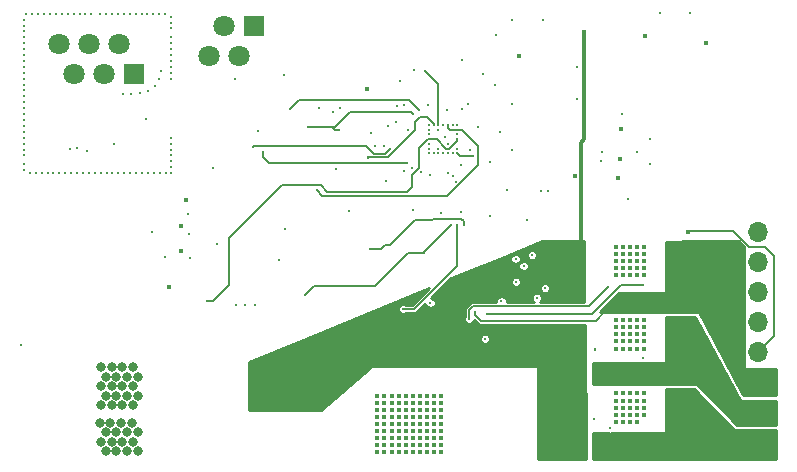
<source format=gbr>
G04 #@! TF.GenerationSoftware,KiCad,Pcbnew,5.0.2-bee76a0~70~ubuntu18.04.1*
G04 #@! TF.CreationDate,2020-05-08T14:17:04+02:00*
G04 #@! TF.ProjectId,board,626f6172-642e-46b6-9963-61645f706362,rev?*
G04 #@! TF.SameCoordinates,Original*
G04 #@! TF.FileFunction,Copper,L2,Inr*
G04 #@! TF.FilePolarity,Positive*
%FSLAX46Y46*%
G04 Gerber Fmt 4.6, Leading zero omitted, Abs format (unit mm)*
G04 Created by KiCad (PCBNEW 5.0.2-bee76a0~70~ubuntu18.04.1) date Fr 08 Mai 2020 14:17:04 CEST*
%MOMM*%
%LPD*%
G01*
G04 APERTURE LIST*
G04 #@! TA.AperFunction,ViaPad*
%ADD10O,1.700000X1.700000*%
G04 #@! TD*
G04 #@! TA.AperFunction,ViaPad*
%ADD11R,1.700000X1.700000*%
G04 #@! TD*
G04 #@! TA.AperFunction,ViaPad*
%ADD12R,1.800000X1.800000*%
G04 #@! TD*
G04 #@! TA.AperFunction,ViaPad*
%ADD13C,1.800000*%
G04 #@! TD*
G04 #@! TA.AperFunction,ViaPad*
%ADD14C,0.400000*%
G04 #@! TD*
G04 #@! TA.AperFunction,ViaPad*
%ADD15C,0.310000*%
G04 #@! TD*
G04 #@! TA.AperFunction,ViaPad*
%ADD16C,0.800000*%
G04 #@! TD*
G04 #@! TA.AperFunction,Conductor*
%ADD17C,0.300000*%
G04 #@! TD*
G04 #@! TA.AperFunction,Conductor*
%ADD18C,0.152400*%
G04 #@! TD*
G04 #@! TA.AperFunction,Conductor*
%ADD19C,0.254000*%
G04 #@! TD*
G04 APERTURE END LIST*
D10*
G04 #@! TO.N,/HALL1*
G04 #@! TO.C,J2*
X156000000Y-119329200D03*
G04 #@! TO.N,/HALL2*
X156000000Y-121869200D03*
G04 #@! TO.N,/HALL3*
X156000000Y-124409200D03*
G04 #@! TO.N,GND*
X156000000Y-126949200D03*
G04 #@! TO.N,+3V3*
X156000000Y-129489200D03*
G04 #@! TO.N,/PH1*
X156000000Y-132029200D03*
G04 #@! TO.N,/PH2*
X156000000Y-134569200D03*
D11*
G04 #@! TO.N,/PH3*
X156000000Y-137109200D03*
G04 #@! TD*
D12*
G04 #@! TO.N,/SDA*
G04 #@! TO.C,J9*
X113325000Y-101930000D03*
D13*
G04 #@! TO.N,/SCL*
X112055000Y-104470000D03*
G04 #@! TO.N,+3V3*
X110785000Y-101930000D03*
G04 #@! TO.N,GND*
X109515000Y-104470000D03*
G04 #@! TD*
G04 #@! TO.N,SHIELD*
G04 #@! TO.C,J5*
X96870000Y-103380000D03*
X98140000Y-105920000D03*
D12*
G04 #@! TO.N,/l_TX*
X103220000Y-105920000D03*
D13*
G04 #@! TO.N,/h_TX*
X101950000Y-103380000D03*
G04 #@! TO.N,/l_RX*
X100680000Y-105920000D03*
G04 #@! TO.N,/h_RX*
X99410000Y-103380000D03*
G04 #@! TD*
D14*
G04 #@! TO.N,+36V*
X129100000Y-127200000D03*
X128500000Y-127800000D03*
X124910000Y-127210000D03*
X126700000Y-127800000D03*
X129100000Y-129000000D03*
X129100000Y-127800000D03*
X128500000Y-127200000D03*
X124900000Y-129000000D03*
X126700000Y-128400000D03*
X126100000Y-127200000D03*
X126100000Y-129000000D03*
X124300000Y-127800000D03*
X126100000Y-128400000D03*
X126700000Y-127200000D03*
X123700000Y-127800000D03*
X126100000Y-127800000D03*
X127900000Y-127200000D03*
X124900000Y-127800000D03*
X127310000Y-127210000D03*
X124300000Y-128400000D03*
X127900000Y-129000000D03*
X127300000Y-127800000D03*
X123700000Y-128400000D03*
X125500000Y-129000000D03*
X125500000Y-127200000D03*
X123700000Y-127200000D03*
X124300000Y-129000000D03*
X127900000Y-127800000D03*
X127300000Y-129000000D03*
X125500000Y-128400000D03*
X128500000Y-128400000D03*
X128500000Y-129000000D03*
X123700000Y-129000000D03*
X124900000Y-128400000D03*
X129100000Y-128400000D03*
X127300000Y-128400000D03*
X127900000Y-128400000D03*
X125500000Y-127800000D03*
X126700000Y-129000000D03*
X124300000Y-127200000D03*
X141300000Y-102400000D03*
X141000000Y-120600000D03*
D15*
G04 #@! TO.N,Net-(C5-Pad2)*
X117700000Y-124650000D03*
X123600000Y-123900000D03*
X127748000Y-121100000D03*
X130050000Y-118700000D03*
G04 #@! TO.N,+3V3*
X128960000Y-112270000D03*
X128160000Y-112270000D03*
X133750000Y-106885000D03*
X111740000Y-106360000D03*
X115880000Y-106040000D03*
X125700000Y-106510000D03*
X136500000Y-118300000D03*
X133300000Y-118000000D03*
X104200000Y-109800000D03*
X134760000Y-115790000D03*
X130160000Y-110270000D03*
X126057511Y-114137511D03*
X130450000Y-115060000D03*
X128090000Y-108620000D03*
X129200000Y-117696400D03*
X129655000Y-108965000D03*
X128160000Y-110270000D03*
X147700000Y-100800000D03*
X129360000Y-112670000D03*
D14*
X150120000Y-119300000D03*
D15*
G04 #@! TO.N,Net-(DRV8323H1-Pad27)*
X126000000Y-125850000D03*
X130577003Y-118700000D03*
G04 #@! TO.N,/mosfet_bridges/GHA*
X143300000Y-124000000D03*
X131550000Y-126710000D03*
G04 #@! TO.N,/mosfet_bridges/GLA*
X146300000Y-123800000D03*
X133060000Y-126250000D03*
G04 #@! TO.N,/mosfet_bridges/GLB*
X137300000Y-124900000D03*
X146300000Y-130000000D03*
G04 #@! TO.N,/mosfet_bridges/GHB*
X142200000Y-129300000D03*
X138000000Y-124100000D03*
G04 #@! TO.N,/mosfet_bridges/GHC*
X136180000Y-122220000D03*
X142130025Y-135169975D03*
G04 #@! TO.N,/mosfet_bridges/GLC*
X136900000Y-121300000D03*
X143494805Y-135966469D03*
D14*
G04 #@! TO.N,GND*
X126800000Y-136800000D03*
X128000000Y-136800000D03*
X124400000Y-137400000D03*
X128000000Y-136200000D03*
X126200000Y-136200000D03*
X125000000Y-136200000D03*
X124400000Y-136800000D03*
X128000000Y-137400000D03*
X128600000Y-137400000D03*
X126200000Y-136800000D03*
X125010000Y-135610000D03*
X128600000Y-136800000D03*
X124400000Y-136200000D03*
X127400000Y-136800000D03*
X125600000Y-135600000D03*
X126800000Y-137400000D03*
X125000000Y-136800000D03*
X129200000Y-135600000D03*
X126800000Y-135600000D03*
X126200000Y-137400000D03*
X123800000Y-137400000D03*
X128000000Y-135600000D03*
X128600000Y-135600000D03*
X123800000Y-135600000D03*
X128600000Y-136200000D03*
X126200000Y-135600000D03*
X127410000Y-135610000D03*
X127400000Y-136200000D03*
X129200000Y-136800000D03*
X123800000Y-136800000D03*
X125600000Y-137400000D03*
X125600000Y-136200000D03*
X123800000Y-136200000D03*
X125000000Y-137400000D03*
X127400000Y-137400000D03*
X125600000Y-136800000D03*
X124400000Y-135600000D03*
X126800000Y-136200000D03*
X129200000Y-137400000D03*
X129200000Y-136200000D03*
X128600000Y-138000000D03*
X124400000Y-138000000D03*
X126800000Y-138000000D03*
X125600000Y-138000000D03*
X123800000Y-138000000D03*
X126200000Y-138000000D03*
X128000000Y-138000000D03*
X125000000Y-138000000D03*
X129200000Y-138000000D03*
X127400000Y-138000000D03*
X126800000Y-134400000D03*
X128000000Y-134400000D03*
X124400000Y-135000000D03*
X128000000Y-133800000D03*
X126200000Y-133800000D03*
X125000000Y-133800000D03*
X124400000Y-134400000D03*
X128000000Y-135000000D03*
X128600000Y-135000000D03*
X126200000Y-134400000D03*
X125010000Y-133210000D03*
X128600000Y-134400000D03*
X124400000Y-133800000D03*
X127400000Y-134400000D03*
X125600000Y-133200000D03*
X126800000Y-135000000D03*
X125000000Y-134400000D03*
X129200000Y-133200000D03*
X126800000Y-133200000D03*
X126200000Y-135000000D03*
X123800000Y-135000000D03*
X128000000Y-133200000D03*
X128600000Y-133200000D03*
X123800000Y-133200000D03*
X128600000Y-133800000D03*
X126200000Y-133200000D03*
X127410000Y-133210000D03*
X127400000Y-133800000D03*
X129200000Y-134400000D03*
X123800000Y-134400000D03*
X125600000Y-135000000D03*
X125600000Y-133800000D03*
X123800000Y-133800000D03*
X125000000Y-135000000D03*
X127400000Y-135000000D03*
X125600000Y-134400000D03*
X124400000Y-133200000D03*
X126800000Y-133800000D03*
X129200000Y-135000000D03*
X129200000Y-133800000D03*
X146400000Y-127400000D03*
X144600000Y-127400000D03*
X144600000Y-128600000D03*
X144600000Y-128000000D03*
X146400000Y-129200000D03*
X145800000Y-129200000D03*
X145200000Y-126800000D03*
X145800000Y-126800000D03*
X145800000Y-128000000D03*
X145200000Y-129200000D03*
X145200000Y-127400000D03*
X144600000Y-126800000D03*
X145800000Y-127400000D03*
X145800000Y-128600000D03*
X145200000Y-128600000D03*
X145200000Y-128000000D03*
X146400000Y-126800000D03*
X146400000Y-128000000D03*
X144600000Y-129200000D03*
X146400000Y-128600000D03*
X146400000Y-133600000D03*
X144600000Y-133600000D03*
X144600000Y-134800000D03*
X144600000Y-134200000D03*
X145800000Y-135400000D03*
X145200000Y-133000000D03*
X145800000Y-133000000D03*
X145800000Y-134200000D03*
X145200000Y-135400000D03*
X145200000Y-133600000D03*
X144600000Y-133000000D03*
X145800000Y-133600000D03*
X145800000Y-134800000D03*
X145200000Y-134800000D03*
X145200000Y-134200000D03*
X146400000Y-133000000D03*
X146400000Y-134200000D03*
X144600000Y-135400000D03*
X146400000Y-134800000D03*
X144000000Y-128000000D03*
X144000000Y-129200000D03*
X144000000Y-126800000D03*
X144000000Y-128600000D03*
X144000000Y-127400000D03*
X144000000Y-121200000D03*
X144000000Y-122400000D03*
X144000000Y-121800000D03*
X144000000Y-120600000D03*
X144000000Y-123000000D03*
X144000000Y-134800000D03*
X144000000Y-133600000D03*
X144000000Y-135400000D03*
X144000000Y-133000000D03*
X144000000Y-134200000D03*
X146400000Y-121200000D03*
X146400000Y-121800000D03*
X146400000Y-122400000D03*
X146400000Y-123000000D03*
X145800000Y-123000000D03*
X145800000Y-122400000D03*
X145800000Y-121800000D03*
X145800000Y-121200000D03*
X145800000Y-120600000D03*
X145200000Y-120600000D03*
X145200000Y-121200000D03*
X145200000Y-121800000D03*
X145200000Y-122400000D03*
X145200000Y-123000000D03*
X144600000Y-123000000D03*
X144600000Y-120600000D03*
X144600000Y-121800000D03*
X144600000Y-121200000D03*
X144600000Y-122400000D03*
D16*
X100300000Y-135500000D03*
X101200000Y-135500000D03*
X102100000Y-135500000D03*
X103000000Y-135500000D03*
X100800000Y-136300000D03*
X101700000Y-136300000D03*
X102600000Y-136300000D03*
X103500000Y-136300000D03*
X100400000Y-137100000D03*
X101300000Y-137100000D03*
X102200000Y-137100000D03*
X103100000Y-137100000D03*
X100800000Y-137900000D03*
X101700000Y-137900000D03*
X102600000Y-137900000D03*
X103500000Y-137900000D03*
D14*
X146400000Y-120600000D03*
D15*
X133860000Y-102690000D03*
X135200000Y-108500000D03*
X134200000Y-110900000D03*
X135200000Y-112400000D03*
X140700000Y-105400000D03*
X134300000Y-125167399D03*
X132900000Y-128360000D03*
X128290000Y-125350000D03*
X145000000Y-116500000D03*
X126800000Y-117500000D03*
X137812500Y-101400000D03*
X135200000Y-101400000D03*
X107800000Y-117850000D03*
X113700000Y-110800000D03*
X124510000Y-115040000D03*
X121370000Y-117590000D03*
X140680000Y-108090000D03*
X132720000Y-105960000D03*
X129550000Y-111270000D03*
X124740000Y-110340000D03*
X93610000Y-128920000D03*
X120320000Y-113980000D03*
X116000000Y-119050000D03*
X126050000Y-108610000D03*
X126360000Y-110690000D03*
G04 #@! TO.N,/HALL2*
X131610000Y-112370000D03*
G04 #@! TO.N,/HALL1*
X130560000Y-112270000D03*
G04 #@! TO.N,/HALL3*
X133330000Y-113390000D03*
D14*
G04 #@! TO.N,+5V*
X107200000Y-118800000D03*
X107200000Y-120975000D03*
X144200000Y-114800000D03*
X140500000Y-114600000D03*
X135800000Y-104400000D03*
X151600000Y-103300000D03*
X122960000Y-107250000D03*
X106180000Y-124020000D03*
X146500000Y-102700000D03*
X144316448Y-113113552D03*
X144400000Y-110600000D03*
X107590000Y-116630000D03*
G04 #@! TO.N,/PH1*
X149100000Y-124700000D03*
X149700000Y-125900000D03*
X149700000Y-124700000D03*
X149100000Y-125900000D03*
X149100000Y-125300000D03*
X149700000Y-125300000D03*
X150300000Y-125300000D03*
X150300000Y-125900000D03*
X150300000Y-124700000D03*
X151000000Y-124700000D03*
X151600000Y-125900000D03*
X151600000Y-124700000D03*
X151000000Y-125900000D03*
X151000000Y-125300000D03*
X151600000Y-125300000D03*
X152200000Y-125300000D03*
X152200000Y-125900000D03*
X152200000Y-124700000D03*
X151600000Y-122900000D03*
X152200000Y-124100000D03*
X152200000Y-122900000D03*
X151600000Y-124100000D03*
X151600000Y-123500000D03*
X152200000Y-123500000D03*
X152800000Y-123500000D03*
X152800000Y-124100000D03*
X152800000Y-122900000D03*
X152200000Y-126500000D03*
X152800000Y-127700000D03*
X152800000Y-126500000D03*
X152200000Y-127700000D03*
X152200000Y-127100000D03*
X152800000Y-127100000D03*
X153400000Y-127100000D03*
X153400000Y-127700000D03*
X153400000Y-126500000D03*
X152800000Y-124700000D03*
X153400000Y-125900000D03*
X153400000Y-124700000D03*
X152800000Y-125900000D03*
X152800000Y-125300000D03*
X153400000Y-125300000D03*
X154000000Y-125300000D03*
X154000000Y-125900000D03*
X154000000Y-124700000D03*
X151600000Y-121100000D03*
X152200000Y-121700000D03*
X152200000Y-122300000D03*
X152200000Y-121100000D03*
X151600000Y-122300000D03*
X152800000Y-122300000D03*
X152800000Y-121100000D03*
X151600000Y-121700000D03*
X152800000Y-121700000D03*
X153400000Y-122900000D03*
X154000000Y-124100000D03*
X153400000Y-124100000D03*
X153400000Y-123500000D03*
X153400000Y-121100000D03*
X153400000Y-122300000D03*
X153400000Y-121700000D03*
X154000000Y-126500000D03*
X154000000Y-127700000D03*
X154000000Y-127100000D03*
X151600000Y-126500000D03*
X152800000Y-128300000D03*
X153400000Y-128300000D03*
X154000000Y-128300000D03*
X152800000Y-128900000D03*
X153400000Y-128900000D03*
X154000000Y-128900000D03*
X154000000Y-129500000D03*
X153400000Y-129500000D03*
X154000000Y-130100000D03*
X153400000Y-130100000D03*
X154000000Y-130700000D03*
X154000000Y-131300000D03*
X144310000Y-124710000D03*
X144900000Y-125900000D03*
X144900000Y-125300000D03*
X145500000Y-124700000D03*
X144300000Y-125900000D03*
X144300000Y-125300000D03*
X145500000Y-125900000D03*
X146100000Y-124700000D03*
X144900000Y-124700000D03*
X146100000Y-125900000D03*
X145500000Y-125300000D03*
X146100000Y-125300000D03*
X146710000Y-124710000D03*
X147300000Y-125900000D03*
X147300000Y-125300000D03*
X147900000Y-124700000D03*
X146700000Y-125900000D03*
X146700000Y-125300000D03*
X147900000Y-125900000D03*
X148500000Y-124700000D03*
X147300000Y-124700000D03*
X148500000Y-125900000D03*
X147900000Y-125300000D03*
X148500000Y-125300000D03*
D15*
X132070000Y-126100000D03*
X143110000Y-126060000D03*
D14*
G04 #@! TO.N,/PH2*
X149600000Y-132000000D03*
X150200000Y-130800000D03*
X149600000Y-130800000D03*
X150200000Y-132000000D03*
X149600000Y-131400000D03*
X150200000Y-131400000D03*
X152600000Y-132000000D03*
X152600000Y-131400000D03*
X152000000Y-132000000D03*
X152000000Y-131400000D03*
X152600000Y-130800000D03*
X152000000Y-130800000D03*
X150800000Y-132000000D03*
X151400000Y-130800000D03*
X150800000Y-130800000D03*
X151400000Y-132000000D03*
X150800000Y-131400000D03*
X151400000Y-131400000D03*
X152000000Y-130200000D03*
X152000000Y-129600000D03*
X151400000Y-129000000D03*
X151400000Y-129600000D03*
X151400000Y-130200000D03*
X152600000Y-133200000D03*
X153200000Y-133200000D03*
X152600000Y-132600000D03*
X153200000Y-132600000D03*
X153200000Y-132000000D03*
X152000000Y-132600000D03*
X153800000Y-134400000D03*
X153200000Y-134400000D03*
X153800000Y-133800000D03*
X153200000Y-133800000D03*
X153800000Y-133200000D03*
X143600000Y-132000000D03*
X143600000Y-131400000D03*
X148400000Y-130800000D03*
X148400000Y-132000000D03*
X149000000Y-130800000D03*
X143600000Y-130800000D03*
X149000000Y-132000000D03*
X148400000Y-131400000D03*
X149000000Y-131400000D03*
X143100000Y-131400000D03*
X143100000Y-132000000D03*
D15*
X135548036Y-123532076D03*
D14*
X143110000Y-130810000D03*
G04 #@! TO.N,/PH3*
X149100000Y-137900000D03*
X150300000Y-137900000D03*
X149100000Y-138500000D03*
X148500000Y-137300000D03*
X149700000Y-138500000D03*
X149700000Y-137300000D03*
X150900000Y-137300000D03*
X151500000Y-138500000D03*
X149100000Y-136700000D03*
X149710000Y-136710000D03*
X151500000Y-137300000D03*
X148500000Y-138500000D03*
X149700000Y-137900000D03*
X148500000Y-137900000D03*
X150300000Y-138500000D03*
X151500000Y-137900000D03*
X150900000Y-136700000D03*
X150900000Y-137900000D03*
X151500000Y-136700000D03*
X150900000Y-138500000D03*
X149100000Y-137300000D03*
X150300000Y-136700000D03*
X148500000Y-136700000D03*
X150300000Y-137300000D03*
X152110000Y-136710000D03*
X153900000Y-137300000D03*
X152100000Y-138500000D03*
X153900000Y-137900000D03*
X153300000Y-136700000D03*
X153300000Y-138500000D03*
X153300000Y-137900000D03*
X153900000Y-136700000D03*
X153300000Y-137300000D03*
X152100000Y-137300000D03*
X152700000Y-138500000D03*
X152700000Y-136700000D03*
X152700000Y-137900000D03*
X152100000Y-137900000D03*
X152700000Y-137300000D03*
X153900000Y-138500000D03*
X153300000Y-136100000D03*
X151500000Y-136100000D03*
X151500000Y-135500000D03*
X152700000Y-135500000D03*
X152110000Y-135510000D03*
X152100000Y-136100000D03*
X152700000Y-136100000D03*
X151500000Y-134900000D03*
X152110000Y-134910000D03*
X151500000Y-134300000D03*
X143610000Y-136710000D03*
X144200000Y-137900000D03*
X144200000Y-137300000D03*
X144800000Y-136700000D03*
X143600000Y-137900000D03*
X143600000Y-137300000D03*
X144800000Y-137900000D03*
X145400000Y-136700000D03*
X144200000Y-136700000D03*
X145400000Y-137900000D03*
X144800000Y-137300000D03*
X145400000Y-137300000D03*
X143600000Y-138500000D03*
X145400000Y-138500000D03*
X144800000Y-138500000D03*
X144200000Y-138500000D03*
X146000000Y-137900000D03*
X147800000Y-137900000D03*
X147800000Y-138500000D03*
X147200000Y-137300000D03*
X147800000Y-136700000D03*
X146600000Y-136700000D03*
X146010000Y-136710000D03*
X147200000Y-138500000D03*
X146000000Y-137300000D03*
X147200000Y-137900000D03*
X146000000Y-138500000D03*
X146600000Y-138500000D03*
X146600000Y-137300000D03*
X147800000Y-137300000D03*
X147200000Y-136700000D03*
X146600000Y-137900000D03*
D15*
X135500000Y-121608700D03*
G04 #@! TO.N,SHIELD*
X104940000Y-106980000D03*
X105300000Y-106350000D03*
X105500000Y-105660000D03*
X104390000Y-107420000D03*
X103690000Y-107560000D03*
X102950000Y-107640000D03*
X102270000Y-107670000D03*
X106350000Y-106350000D03*
X106350000Y-105850000D03*
X106350000Y-105350000D03*
X106350000Y-104850000D03*
X106350000Y-104350000D03*
X106350000Y-103850000D03*
X106350000Y-103350000D03*
X106350000Y-102850000D03*
X106350000Y-102100000D03*
X106350000Y-101600000D03*
X106350000Y-101100000D03*
X105830000Y-100870000D03*
X105330000Y-100870000D03*
X104830000Y-100870000D03*
X104330000Y-100870000D03*
X103830000Y-100870000D03*
X103330000Y-100870000D03*
X102830000Y-100870000D03*
X102330000Y-100870000D03*
X101830000Y-100870000D03*
X101330000Y-100870000D03*
X100830000Y-100870000D03*
X100330000Y-100870000D03*
X99580000Y-100870000D03*
X99080000Y-100870000D03*
X98580000Y-100870000D03*
X98080000Y-100870000D03*
X97580000Y-100870000D03*
X97080000Y-100870000D03*
X96580000Y-100870000D03*
X96080000Y-100870000D03*
X95580000Y-100870000D03*
X95080000Y-100870000D03*
X94580000Y-100870000D03*
X94080000Y-100870000D03*
X93850000Y-101350000D03*
X93850000Y-101850000D03*
X93850000Y-102350000D03*
X93850000Y-102850000D03*
X93850000Y-103350000D03*
X93850000Y-103850000D03*
X93850000Y-104350000D03*
X93850000Y-104850000D03*
X93850000Y-105350000D03*
X93850000Y-105850000D03*
X93850000Y-106350000D03*
X93850000Y-106850000D03*
X93850000Y-107350000D03*
X93850000Y-107850000D03*
X93850000Y-108350000D03*
X93850000Y-108850000D03*
X93850000Y-109350000D03*
X93850000Y-109850000D03*
X93850000Y-110350000D03*
X93850000Y-110850000D03*
X93850000Y-111350000D03*
X93850000Y-111850000D03*
X93850000Y-112350000D03*
X93850000Y-112850000D03*
X93850000Y-113600000D03*
X93850000Y-114100000D03*
X94370000Y-114330000D03*
X94870000Y-114330000D03*
X95370000Y-114330000D03*
X95870000Y-114330000D03*
X96370000Y-114330000D03*
X96870000Y-114330000D03*
X97370000Y-114330000D03*
X97870000Y-114330000D03*
X98370000Y-114330000D03*
X98870000Y-114330000D03*
X99370000Y-114330000D03*
X99870000Y-114330000D03*
X100370000Y-114330000D03*
X100870000Y-114330000D03*
X101370000Y-114330000D03*
X101870000Y-114330000D03*
X102370000Y-114330000D03*
X102870000Y-114330000D03*
X103370000Y-114330000D03*
X103870000Y-114330000D03*
X104370000Y-114330000D03*
X104870000Y-114330000D03*
X105370000Y-114330000D03*
X105870000Y-114330000D03*
X106350000Y-114330000D03*
X106350000Y-113850000D03*
X106350000Y-113350000D03*
X106350000Y-112850000D03*
X106300000Y-112400000D03*
X106300000Y-111900000D03*
X106300000Y-111400000D03*
G04 #@! TO.N,Net-(R13-Pad1)*
X145785000Y-112600000D03*
X142817600Y-112590000D03*
G04 #@! TO.N,Net-(R13-Pad2)*
X142762409Y-113295191D03*
X146915000Y-113600000D03*
G04 #@! TO.N,Net-(R10-Pad2)*
X105820000Y-121420000D03*
X107910000Y-121529400D03*
G04 #@! TO.N,Net-(R11-Pad2)*
X146915000Y-111500000D03*
X144500000Y-109300000D03*
G04 #@! TO.N,/NEOPXL*
X109370000Y-125170000D03*
X130560000Y-111470000D03*
G04 #@! TO.N,/Encoder1_A*
X115450000Y-121670000D03*
X138270000Y-115830000D03*
G04 #@! TO.N,/Encoder1_B*
X110245000Y-120325000D03*
X137660000Y-115820000D03*
G04 #@! TO.N,Net-(DRV8323H1-Pad26)*
X123200000Y-120750000D03*
X131103901Y-118710475D03*
G04 #@! TO.N,/term_te*
X101500000Y-111900000D03*
X109900000Y-113900000D03*
G04 #@! TO.N,/SDA*
X114110000Y-112540000D03*
X126300000Y-113500000D03*
G04 #@! TO.N,/SCL*
X113250000Y-112100000D03*
X124840000Y-112340000D03*
D16*
G04 #@! TO.N,Net-(D1-Pad2)*
X100800000Y-133200000D03*
X101700000Y-133200000D03*
X102600000Y-133200000D03*
X103500000Y-133200000D03*
X100400000Y-130800000D03*
X101300000Y-130800000D03*
X102200000Y-130800000D03*
X103100000Y-130800000D03*
X100800000Y-131600000D03*
X101700000Y-131600000D03*
X102600000Y-131600000D03*
X103500000Y-131600000D03*
X100400000Y-132400000D03*
X101300000Y-132400000D03*
X102200000Y-132400000D03*
X103100000Y-132400000D03*
X100400000Y-134000000D03*
X101300000Y-134000000D03*
X102200000Y-134000000D03*
X103100000Y-134000000D03*
D15*
G04 #@! TO.N,/DE*
X131450000Y-108470000D03*
X98330000Y-112240000D03*
G04 #@! TO.N,Net-(R34-Pad2)*
X104690000Y-119340000D03*
X107830000Y-119540000D03*
G04 #@! TO.N,/INLC*
X128160000Y-112670000D03*
X126743959Y-113953959D03*
G04 #@! TO.N,/INLB*
X128560000Y-112670000D03*
X127458552Y-114268552D03*
G04 #@! TO.N,/INLA*
X128960000Y-112670000D03*
X128260000Y-114540000D03*
G04 #@! TO.N,+1V2*
X130560000Y-111070000D03*
X129760000Y-111870000D03*
X126900000Y-105600000D03*
X131000000Y-104800000D03*
X125400000Y-110000000D03*
X132300000Y-110400000D03*
G04 #@! TO.N,USB_PU*
X118880000Y-108800000D03*
X130170000Y-114630000D03*
G04 #@! TO.N,USB_P*
X120070000Y-109170000D03*
X129760000Y-112670000D03*
G04 #@! TO.N,USB_N*
X120670000Y-108810000D03*
X129760000Y-114310000D03*
G04 #@! TO.N,82*
X118650000Y-115810000D03*
X129760000Y-110270000D03*
G04 #@! TO.N,109*
X127300000Y-109000000D03*
X116400000Y-108930000D03*
G04 #@! TO.N,CRESET_B*
X128960000Y-110270000D03*
X127810000Y-105680000D03*
G04 #@! TO.N,/RX*
X97770000Y-112270000D03*
X130560000Y-110270000D03*
G04 #@! TO.N,/TX*
X130940000Y-108880000D03*
X99220000Y-112444400D03*
G04 #@! TO.N,/CS_MISO*
X113400000Y-125500000D03*
X124330000Y-112080000D03*
G04 #@! TO.N,/CS_CLK*
X112600000Y-125500000D03*
X123560000Y-112060000D03*
G04 #@! TO.N,/CS*
X111800000Y-125500000D03*
X128160000Y-111870000D03*
G04 #@! TO.N,/iCE40LP/SCK*
X120530000Y-110710000D03*
X117950000Y-110400000D03*
X128160000Y-110670000D03*
X126810000Y-109340000D03*
G04 #@! TO.N,/iCE40LP/SDO*
X128960000Y-110670000D03*
X129360000Y-110270000D03*
X123230000Y-110940000D03*
G04 #@! TO.N,/iCE40LP/SDI*
X123000000Y-113001600D03*
X128560000Y-110270000D03*
G04 #@! TO.N,/iCE40LP/SS*
X128160000Y-111070000D03*
X125470000Y-108644400D03*
G04 #@! TO.N,/iCE40LP/CLK*
X130560000Y-112670000D03*
X131900000Y-112925599D03*
G04 #@! TO.N,/iCE40LP/LED*
X150300000Y-100800000D03*
X130160000Y-112670000D03*
G04 #@! TO.N,/nFault*
X130910000Y-113650000D03*
X130900000Y-117600000D03*
G04 #@! TD*
D17*
G04 #@! TO.N,+36V*
X141000000Y-111780000D02*
X141300000Y-111480000D01*
X141000000Y-120600000D02*
X141000000Y-111780000D01*
X141300000Y-102400000D02*
X141300000Y-111480000D01*
D18*
G04 #@! TO.N,Net-(C5-Pad2)*
X118450000Y-123900000D02*
X118050000Y-124300000D01*
X123600000Y-123900000D02*
X118450000Y-123900000D01*
X118050000Y-124300000D02*
X117700000Y-124650000D01*
X124192000Y-123308000D02*
X123600000Y-123900000D01*
X126400000Y-121100000D02*
X124192000Y-123308000D01*
X127748000Y-121100000D02*
X126400000Y-121100000D01*
X127762842Y-121100000D02*
X127748000Y-121100000D01*
X127748000Y-121002000D02*
X127748000Y-121100000D01*
X130050000Y-118700000D02*
X127748000Y-121002000D01*
G04 #@! TO.N,+3V3*
X157350000Y-121390000D02*
X157350000Y-128139200D01*
X157350000Y-128139200D02*
X156000000Y-129489200D01*
X156580000Y-120620000D02*
X157350000Y-121390000D01*
X155300000Y-120620000D02*
X156580000Y-120620000D01*
X150110013Y-119267519D02*
X153947519Y-119267519D01*
X153947519Y-119267519D02*
X155300000Y-120620000D01*
G04 #@! TO.N,Net-(DRV8323H1-Pad27)*
X126902400Y-125850000D02*
X126000000Y-125850000D01*
X130577003Y-118700000D02*
X130577003Y-122175397D01*
X130577003Y-122175397D02*
X126902400Y-125850000D01*
G04 #@! TO.N,/mosfet_bridges/GHA*
X141691301Y-125608699D02*
X143300000Y-124000000D01*
X131908175Y-125608699D02*
X141691301Y-125608699D01*
X131550000Y-126710000D02*
X131550000Y-125966874D01*
X131550000Y-125966874D02*
X131908175Y-125608699D01*
G04 #@! TO.N,/mosfet_bridges/GLA*
X133060000Y-126250000D02*
X142000000Y-126250000D01*
X144450000Y-123800000D02*
X146300000Y-123800000D01*
X142000000Y-126250000D02*
X144450000Y-123800000D01*
G04 #@! TO.N,/mosfet_bridges/GHB*
X142200000Y-129190000D02*
X142200000Y-129300000D01*
G04 #@! TO.N,/PH1*
X132070000Y-126100000D02*
X132070000Y-126382842D01*
X132070000Y-126382842D02*
X132540359Y-126853201D01*
X142316799Y-126853201D02*
X143110000Y-126060000D01*
X141976799Y-126853201D02*
X142316799Y-126853201D01*
X132540359Y-126853201D02*
X141976799Y-126853201D01*
G04 #@! TO.N,/NEOPXL*
X109890000Y-125170000D02*
X109370000Y-125170000D01*
X111230000Y-123840000D02*
X109890000Y-125170000D01*
X111230000Y-119840000D02*
X111230000Y-123840000D01*
X113620000Y-117450000D02*
X111230000Y-119840000D01*
X113630000Y-117440000D02*
X113620000Y-117450000D01*
X130560000Y-111611421D02*
X130560000Y-111470000D01*
X129901421Y-112270000D02*
X130560000Y-111611421D01*
X129650000Y-112270000D02*
X129901421Y-112270000D01*
X128090000Y-111470000D02*
X128850000Y-111470000D01*
X128850000Y-111470000D02*
X129650000Y-112270000D01*
X128011201Y-111548799D02*
X128090000Y-111470000D01*
X128005823Y-111548799D02*
X128011201Y-111548799D01*
X115720000Y-115350000D02*
X119000000Y-115350000D01*
X119560000Y-115910000D02*
X126300000Y-115910000D01*
X113620000Y-117450000D02*
X115720000Y-115350000D01*
X119000000Y-115350000D02*
X119560000Y-115910000D01*
X127310000Y-113926926D02*
X127310000Y-112250000D01*
X126710000Y-114526926D02*
X127310000Y-113926926D01*
X126710000Y-115500000D02*
X126710000Y-114526926D01*
X126300000Y-115910000D02*
X126710000Y-115500000D01*
X127310000Y-112250000D02*
X128005823Y-111548799D01*
G04 #@! TO.N,Net-(DRV8323H1-Pad26)*
X124430000Y-120422400D02*
X124102400Y-120750000D01*
X124857600Y-120422400D02*
X124430000Y-120422400D01*
X131103901Y-118710475D02*
X131103901Y-118427633D01*
X131103901Y-118427633D02*
X130866268Y-118190000D01*
X130866268Y-118190000D02*
X128530000Y-118190000D01*
X128530000Y-118190000D02*
X128385601Y-118334399D01*
X128385601Y-118334399D02*
X126945601Y-118334399D01*
X124102400Y-120750000D02*
X123200000Y-120750000D01*
X126945601Y-118334399D02*
X124857600Y-120422400D01*
G04 #@! TO.N,/SDA*
X114110000Y-113010000D02*
X114110000Y-112540000D01*
X126300000Y-113500000D02*
X114600000Y-113500000D01*
X114600000Y-113500000D02*
X114110000Y-113010000D01*
G04 #@! TO.N,/SCL*
X124480000Y-112700000D02*
X124840000Y-112340000D01*
X123490000Y-112700000D02*
X124480000Y-112700000D01*
X122866815Y-112076815D02*
X123490000Y-112700000D01*
X113226815Y-112076815D02*
X113250000Y-112100000D01*
X113226815Y-112076815D02*
X122866815Y-112076815D01*
G04 #@! TO.N,82*
X129760000Y-110520000D02*
X129760000Y-110270000D01*
X129920000Y-110680000D02*
X129760000Y-110520000D01*
X119120000Y-116280000D02*
X129705378Y-116280000D01*
X118650000Y-115810000D02*
X119120000Y-116280000D01*
X129705378Y-116280000D02*
X132300000Y-113685378D01*
X132300000Y-113685378D02*
X132300000Y-112020000D01*
X132300000Y-112020000D02*
X130960000Y-110680000D01*
X130960000Y-110680000D02*
X129920000Y-110680000D01*
G04 #@! TO.N,109*
X116831601Y-108498399D02*
X116400000Y-108930000D01*
X126798399Y-108498399D02*
X126880000Y-108580000D01*
X126880000Y-108580000D02*
X127300000Y-109000000D01*
X126440000Y-108140000D02*
X126700000Y-108400000D01*
X126700000Y-108400000D02*
X126880000Y-108580000D01*
X117190000Y-108140000D02*
X126440000Y-108140000D01*
X116400000Y-108930000D02*
X117190000Y-108140000D01*
G04 #@! TO.N,CRESET_B*
X128878831Y-106748831D02*
X127810000Y-105680000D01*
X128960000Y-110270000D02*
X128960000Y-106830000D01*
X128960000Y-106830000D02*
X128878831Y-106748831D01*
G04 #@! TO.N,/iCE40LP/SCK*
X118232842Y-110400000D02*
X117950000Y-110400000D01*
X119937158Y-110400000D02*
X119714330Y-110400000D01*
X120247158Y-110710000D02*
X119937158Y-110400000D01*
X120530000Y-110710000D02*
X120247158Y-110710000D01*
X119714330Y-110400000D02*
X118232842Y-110400000D01*
X121454063Y-109179299D02*
X126435954Y-109179299D01*
X120233362Y-110400000D02*
X121454063Y-109179299D01*
X119714330Y-110400000D02*
X120233362Y-110400000D01*
X126435954Y-109179299D02*
X126649299Y-109179299D01*
X126649299Y-109179299D02*
X126810000Y-109340000D01*
G04 #@! TO.N,/iCE40LP/SDI*
X123038400Y-113040000D02*
X123000000Y-113001600D01*
X123282842Y-113001600D02*
X123000000Y-113001600D01*
X123286052Y-113004810D02*
X123282842Y-113001600D01*
X124684978Y-113000000D02*
X124640000Y-113000000D01*
X124640000Y-113000000D02*
X123286052Y-113004810D01*
X128560000Y-110270000D02*
X128560000Y-110165022D01*
X128560000Y-110165022D02*
X128014978Y-109620000D01*
X127390000Y-109620000D02*
X127010000Y-110000000D01*
X128014978Y-109620000D02*
X127390000Y-109620000D01*
X127010000Y-110000000D02*
X127010000Y-110674978D01*
X127010000Y-110674978D02*
X124684978Y-113000000D01*
G04 #@! TO.N,/iCE40LP/CLK*
X131900000Y-112925599D02*
X130977936Y-112925599D01*
X130815599Y-112925599D02*
X131900000Y-112925599D01*
X130560000Y-112670000D02*
X130815599Y-112925599D01*
G04 #@! TD*
D19*
G04 #@! TO.N,+36V*
G36*
X141329175Y-125253099D02*
X137561235Y-125253099D01*
X137668266Y-125146068D01*
X137734400Y-124986407D01*
X137734400Y-124813593D01*
X137668266Y-124653932D01*
X137546068Y-124531734D01*
X137386407Y-124465600D01*
X137213593Y-124465600D01*
X137053932Y-124531734D01*
X136931734Y-124653932D01*
X136865600Y-124813593D01*
X136865600Y-124986407D01*
X136931734Y-125146068D01*
X137038765Y-125253099D01*
X134732000Y-125253099D01*
X134732000Y-125081469D01*
X134666232Y-124922691D01*
X134544708Y-124801167D01*
X134385930Y-124735399D01*
X134214070Y-124735399D01*
X134055292Y-124801167D01*
X133933768Y-124922691D01*
X133868000Y-125081469D01*
X133868000Y-125253099D01*
X131943195Y-125253099D01*
X131908175Y-125246133D01*
X131873155Y-125253099D01*
X131769427Y-125273732D01*
X131651802Y-125352326D01*
X131631965Y-125382014D01*
X131323315Y-125690665D01*
X131293628Y-125710501D01*
X131273792Y-125740188D01*
X131273790Y-125740190D01*
X131215033Y-125828127D01*
X131187434Y-125966874D01*
X131194401Y-126001898D01*
X131194400Y-126451266D01*
X131181734Y-126463932D01*
X131115600Y-126623593D01*
X131115600Y-126796407D01*
X131181734Y-126956068D01*
X131303932Y-127078266D01*
X131463593Y-127144400D01*
X131636407Y-127144400D01*
X131796068Y-127078266D01*
X131918266Y-126956068D01*
X131984302Y-126796643D01*
X132266010Y-127078352D01*
X132285716Y-127107844D01*
X132402547Y-127185908D01*
X132540358Y-127213320D01*
X132575143Y-127206401D01*
X141350066Y-127206401D01*
X141471634Y-138573000D01*
X137427000Y-138573000D01*
X137427000Y-130800000D01*
X137417333Y-130751399D01*
X137389803Y-130710197D01*
X137348601Y-130682667D01*
X137300000Y-130673000D01*
X123400000Y-130673000D01*
X123351399Y-130682667D01*
X123317165Y-130703733D01*
X119052882Y-134373000D01*
X112927000Y-134373000D01*
X112927000Y-130345028D01*
X117953009Y-128274070D01*
X132468000Y-128274070D01*
X132468000Y-128445930D01*
X132533768Y-128604708D01*
X132655292Y-128726232D01*
X132814070Y-128792000D01*
X132985930Y-128792000D01*
X133144708Y-128726232D01*
X133266232Y-128604708D01*
X133332000Y-128445930D01*
X133332000Y-128274070D01*
X133266232Y-128115292D01*
X133144708Y-127993768D01*
X132985930Y-127928000D01*
X132814070Y-127928000D01*
X132655292Y-127993768D01*
X132533768Y-128115292D01*
X132468000Y-128274070D01*
X117953009Y-128274070D01*
X128201844Y-124051056D01*
X126756101Y-125496800D01*
X126257740Y-125496800D01*
X126244708Y-125483768D01*
X126085930Y-125418000D01*
X125914070Y-125418000D01*
X125755292Y-125483768D01*
X125633768Y-125605292D01*
X125568000Y-125764070D01*
X125568000Y-125935930D01*
X125633768Y-126094708D01*
X125755292Y-126216232D01*
X125914070Y-126282000D01*
X126085930Y-126282000D01*
X126244708Y-126216232D01*
X126257740Y-126203200D01*
X126867615Y-126203200D01*
X126902400Y-126210119D01*
X126937185Y-126203200D01*
X127040212Y-126182707D01*
X127157043Y-126104643D01*
X127176751Y-126075148D01*
X127858000Y-125393899D01*
X127858000Y-125435930D01*
X127923768Y-125594708D01*
X128045292Y-125716232D01*
X128204070Y-125782000D01*
X128375930Y-125782000D01*
X128534708Y-125716232D01*
X128656232Y-125594708D01*
X128722000Y-125435930D01*
X128722000Y-125264070D01*
X128656232Y-125105292D01*
X128534708Y-124983768D01*
X128375930Y-124918000D01*
X128333899Y-124918000D01*
X129238306Y-124013593D01*
X137565600Y-124013593D01*
X137565600Y-124186407D01*
X137631734Y-124346068D01*
X137753932Y-124468266D01*
X137913593Y-124534400D01*
X138086407Y-124534400D01*
X138246068Y-124468266D01*
X138368266Y-124346068D01*
X138434400Y-124186407D01*
X138434400Y-124013593D01*
X138368266Y-123853932D01*
X138246068Y-123731734D01*
X138086407Y-123665600D01*
X137913593Y-123665600D01*
X137753932Y-123731734D01*
X137631734Y-123853932D01*
X137565600Y-124013593D01*
X129238306Y-124013593D01*
X129805753Y-123446146D01*
X135116036Y-123446146D01*
X135116036Y-123618006D01*
X135181804Y-123776784D01*
X135303328Y-123898308D01*
X135462106Y-123964076D01*
X135633966Y-123964076D01*
X135792744Y-123898308D01*
X135914268Y-123776784D01*
X135980036Y-123618006D01*
X135980036Y-123446146D01*
X135914268Y-123287368D01*
X135792744Y-123165844D01*
X135633966Y-123100076D01*
X135462106Y-123100076D01*
X135303328Y-123165844D01*
X135181804Y-123287368D01*
X135116036Y-123446146D01*
X129805753Y-123446146D01*
X129900962Y-123350938D01*
X132855336Y-122133593D01*
X135745600Y-122133593D01*
X135745600Y-122306407D01*
X135811734Y-122466068D01*
X135933932Y-122588266D01*
X136093593Y-122654400D01*
X136266407Y-122654400D01*
X136426068Y-122588266D01*
X136548266Y-122466068D01*
X136614400Y-122306407D01*
X136614400Y-122133593D01*
X136548266Y-121973932D01*
X136426068Y-121851734D01*
X136266407Y-121785600D01*
X136093593Y-121785600D01*
X135933932Y-121851734D01*
X135811734Y-121973932D01*
X135745600Y-122133593D01*
X132855336Y-122133593D01*
X134337743Y-121522770D01*
X135068000Y-121522770D01*
X135068000Y-121694630D01*
X135133768Y-121853408D01*
X135255292Y-121974932D01*
X135414070Y-122040700D01*
X135585930Y-122040700D01*
X135744708Y-121974932D01*
X135866232Y-121853408D01*
X135932000Y-121694630D01*
X135932000Y-121522770D01*
X135866232Y-121363992D01*
X135744708Y-121242468D01*
X135674998Y-121213593D01*
X136465600Y-121213593D01*
X136465600Y-121386407D01*
X136531734Y-121546068D01*
X136653932Y-121668266D01*
X136813593Y-121734400D01*
X136986407Y-121734400D01*
X137146068Y-121668266D01*
X137268266Y-121546068D01*
X137334400Y-121386407D01*
X137334400Y-121213593D01*
X137268266Y-121053932D01*
X137146068Y-120931734D01*
X136986407Y-120865600D01*
X136813593Y-120865600D01*
X136653932Y-120931734D01*
X136531734Y-121053932D01*
X136465600Y-121213593D01*
X135674998Y-121213593D01*
X135585930Y-121176700D01*
X135414070Y-121176700D01*
X135255292Y-121242468D01*
X135133768Y-121363992D01*
X135068000Y-121522770D01*
X134337743Y-121522770D01*
X137725139Y-120127000D01*
X141274351Y-120127000D01*
X141329175Y-125253099D01*
X141329175Y-125253099D01*
G37*
X141329175Y-125253099D02*
X137561235Y-125253099D01*
X137668266Y-125146068D01*
X137734400Y-124986407D01*
X137734400Y-124813593D01*
X137668266Y-124653932D01*
X137546068Y-124531734D01*
X137386407Y-124465600D01*
X137213593Y-124465600D01*
X137053932Y-124531734D01*
X136931734Y-124653932D01*
X136865600Y-124813593D01*
X136865600Y-124986407D01*
X136931734Y-125146068D01*
X137038765Y-125253099D01*
X134732000Y-125253099D01*
X134732000Y-125081469D01*
X134666232Y-124922691D01*
X134544708Y-124801167D01*
X134385930Y-124735399D01*
X134214070Y-124735399D01*
X134055292Y-124801167D01*
X133933768Y-124922691D01*
X133868000Y-125081469D01*
X133868000Y-125253099D01*
X131943195Y-125253099D01*
X131908175Y-125246133D01*
X131873155Y-125253099D01*
X131769427Y-125273732D01*
X131651802Y-125352326D01*
X131631965Y-125382014D01*
X131323315Y-125690665D01*
X131293628Y-125710501D01*
X131273792Y-125740188D01*
X131273790Y-125740190D01*
X131215033Y-125828127D01*
X131187434Y-125966874D01*
X131194401Y-126001898D01*
X131194400Y-126451266D01*
X131181734Y-126463932D01*
X131115600Y-126623593D01*
X131115600Y-126796407D01*
X131181734Y-126956068D01*
X131303932Y-127078266D01*
X131463593Y-127144400D01*
X131636407Y-127144400D01*
X131796068Y-127078266D01*
X131918266Y-126956068D01*
X131984302Y-126796643D01*
X132266010Y-127078352D01*
X132285716Y-127107844D01*
X132402547Y-127185908D01*
X132540358Y-127213320D01*
X132575143Y-127206401D01*
X141350066Y-127206401D01*
X141471634Y-138573000D01*
X137427000Y-138573000D01*
X137427000Y-130800000D01*
X137417333Y-130751399D01*
X137389803Y-130710197D01*
X137348601Y-130682667D01*
X137300000Y-130673000D01*
X123400000Y-130673000D01*
X123351399Y-130682667D01*
X123317165Y-130703733D01*
X119052882Y-134373000D01*
X112927000Y-134373000D01*
X112927000Y-130345028D01*
X117953009Y-128274070D01*
X132468000Y-128274070D01*
X132468000Y-128445930D01*
X132533768Y-128604708D01*
X132655292Y-128726232D01*
X132814070Y-128792000D01*
X132985930Y-128792000D01*
X133144708Y-128726232D01*
X133266232Y-128604708D01*
X133332000Y-128445930D01*
X133332000Y-128274070D01*
X133266232Y-128115292D01*
X133144708Y-127993768D01*
X132985930Y-127928000D01*
X132814070Y-127928000D01*
X132655292Y-127993768D01*
X132533768Y-128115292D01*
X132468000Y-128274070D01*
X117953009Y-128274070D01*
X128201844Y-124051056D01*
X126756101Y-125496800D01*
X126257740Y-125496800D01*
X126244708Y-125483768D01*
X126085930Y-125418000D01*
X125914070Y-125418000D01*
X125755292Y-125483768D01*
X125633768Y-125605292D01*
X125568000Y-125764070D01*
X125568000Y-125935930D01*
X125633768Y-126094708D01*
X125755292Y-126216232D01*
X125914070Y-126282000D01*
X126085930Y-126282000D01*
X126244708Y-126216232D01*
X126257740Y-126203200D01*
X126867615Y-126203200D01*
X126902400Y-126210119D01*
X126937185Y-126203200D01*
X127040212Y-126182707D01*
X127157043Y-126104643D01*
X127176751Y-126075148D01*
X127858000Y-125393899D01*
X127858000Y-125435930D01*
X127923768Y-125594708D01*
X128045292Y-125716232D01*
X128204070Y-125782000D01*
X128375930Y-125782000D01*
X128534708Y-125716232D01*
X128656232Y-125594708D01*
X128722000Y-125435930D01*
X128722000Y-125264070D01*
X128656232Y-125105292D01*
X128534708Y-124983768D01*
X128375930Y-124918000D01*
X128333899Y-124918000D01*
X129238306Y-124013593D01*
X137565600Y-124013593D01*
X137565600Y-124186407D01*
X137631734Y-124346068D01*
X137753932Y-124468266D01*
X137913593Y-124534400D01*
X138086407Y-124534400D01*
X138246068Y-124468266D01*
X138368266Y-124346068D01*
X138434400Y-124186407D01*
X138434400Y-124013593D01*
X138368266Y-123853932D01*
X138246068Y-123731734D01*
X138086407Y-123665600D01*
X137913593Y-123665600D01*
X137753932Y-123731734D01*
X137631734Y-123853932D01*
X137565600Y-124013593D01*
X129238306Y-124013593D01*
X129805753Y-123446146D01*
X135116036Y-123446146D01*
X135116036Y-123618006D01*
X135181804Y-123776784D01*
X135303328Y-123898308D01*
X135462106Y-123964076D01*
X135633966Y-123964076D01*
X135792744Y-123898308D01*
X135914268Y-123776784D01*
X135980036Y-123618006D01*
X135980036Y-123446146D01*
X135914268Y-123287368D01*
X135792744Y-123165844D01*
X135633966Y-123100076D01*
X135462106Y-123100076D01*
X135303328Y-123165844D01*
X135181804Y-123287368D01*
X135116036Y-123446146D01*
X129805753Y-123446146D01*
X129900962Y-123350938D01*
X132855336Y-122133593D01*
X135745600Y-122133593D01*
X135745600Y-122306407D01*
X135811734Y-122466068D01*
X135933932Y-122588266D01*
X136093593Y-122654400D01*
X136266407Y-122654400D01*
X136426068Y-122588266D01*
X136548266Y-122466068D01*
X136614400Y-122306407D01*
X136614400Y-122133593D01*
X136548266Y-121973932D01*
X136426068Y-121851734D01*
X136266407Y-121785600D01*
X136093593Y-121785600D01*
X135933932Y-121851734D01*
X135811734Y-121973932D01*
X135745600Y-122133593D01*
X132855336Y-122133593D01*
X134337743Y-121522770D01*
X135068000Y-121522770D01*
X135068000Y-121694630D01*
X135133768Y-121853408D01*
X135255292Y-121974932D01*
X135414070Y-122040700D01*
X135585930Y-122040700D01*
X135744708Y-121974932D01*
X135866232Y-121853408D01*
X135932000Y-121694630D01*
X135932000Y-121522770D01*
X135866232Y-121363992D01*
X135744708Y-121242468D01*
X135674998Y-121213593D01*
X136465600Y-121213593D01*
X136465600Y-121386407D01*
X136531734Y-121546068D01*
X136653932Y-121668266D01*
X136813593Y-121734400D01*
X136986407Y-121734400D01*
X137146068Y-121668266D01*
X137268266Y-121546068D01*
X137334400Y-121386407D01*
X137334400Y-121213593D01*
X137268266Y-121053932D01*
X137146068Y-120931734D01*
X136986407Y-120865600D01*
X136813593Y-120865600D01*
X136653932Y-120931734D01*
X136531734Y-121053932D01*
X136465600Y-121213593D01*
X135674998Y-121213593D01*
X135585930Y-121176700D01*
X135414070Y-121176700D01*
X135255292Y-121242468D01*
X135133768Y-121363992D01*
X135068000Y-121522770D01*
X134337743Y-121522770D01*
X137725139Y-120127000D01*
X141274351Y-120127000D01*
X141329175Y-125253099D01*
G04 #@! TO.N,/PH1*
G36*
X154873000Y-120621790D02*
X154873000Y-130800000D01*
X154875440Y-130824776D01*
X154882667Y-130848601D01*
X154894403Y-130870557D01*
X154910197Y-130889803D01*
X154929443Y-130905597D01*
X154951399Y-130917333D01*
X154975224Y-130924560D01*
X155000000Y-130927000D01*
X157573000Y-130927000D01*
X157573000Y-133173000D01*
X154776073Y-133173000D01*
X151011971Y-126140072D01*
X150998128Y-126119379D01*
X150980514Y-126101784D01*
X150959806Y-126087963D01*
X150936800Y-126078449D01*
X150900000Y-126073000D01*
X142679893Y-126073000D01*
X144247121Y-124505774D01*
X148119796Y-124512000D01*
X148144576Y-124509599D01*
X148168412Y-124502411D01*
X148190388Y-124490710D01*
X148209658Y-124474947D01*
X148225483Y-124455727D01*
X148237254Y-124433789D01*
X148244520Y-124409977D01*
X148246999Y-124384419D01*
X148227580Y-120136528D01*
X150800200Y-120127000D01*
X154378211Y-120127000D01*
X154873000Y-120621790D01*
X154873000Y-120621790D01*
G37*
X154873000Y-120621790D02*
X154873000Y-130800000D01*
X154875440Y-130824776D01*
X154882667Y-130848601D01*
X154894403Y-130870557D01*
X154910197Y-130889803D01*
X154929443Y-130905597D01*
X154951399Y-130917333D01*
X154975224Y-130924560D01*
X155000000Y-130927000D01*
X157573000Y-130927000D01*
X157573000Y-133173000D01*
X154776073Y-133173000D01*
X151011971Y-126140072D01*
X150998128Y-126119379D01*
X150980514Y-126101784D01*
X150959806Y-126087963D01*
X150936800Y-126078449D01*
X150900000Y-126073000D01*
X142679893Y-126073000D01*
X144247121Y-124505774D01*
X148119796Y-124512000D01*
X148144576Y-124509599D01*
X148168412Y-124502411D01*
X148190388Y-124490710D01*
X148209658Y-124474947D01*
X148225483Y-124455727D01*
X148237254Y-124433789D01*
X148244520Y-124409977D01*
X148246999Y-124384419D01*
X148227580Y-120136528D01*
X150800200Y-120127000D01*
X154378211Y-120127000D01*
X154873000Y-120621790D01*
G04 #@! TO.N,/PH2*
G36*
X150723776Y-126526718D02*
X154488029Y-133559928D01*
X154501872Y-133580621D01*
X154519486Y-133598216D01*
X154540194Y-133612037D01*
X154563200Y-133621551D01*
X154600000Y-133627000D01*
X157573000Y-133627000D01*
X157573000Y-135673000D01*
X154253686Y-135673000D01*
X150891094Y-132211508D01*
X150872080Y-132195437D01*
X150850296Y-132183384D01*
X150826579Y-132175812D01*
X150800000Y-132173000D01*
X142026366Y-132173000D01*
X142017635Y-130426795D01*
X146185353Y-130420106D01*
X146257215Y-130434400D01*
X146342785Y-130434400D01*
X146416512Y-130419735D01*
X148120204Y-130417000D01*
X148144976Y-130414520D01*
X148168789Y-130407255D01*
X148190727Y-130395483D01*
X148209947Y-130379658D01*
X148225710Y-130360388D01*
X148237411Y-130338412D01*
X148244599Y-130314577D01*
X148246998Y-130289349D01*
X148227655Y-126517474D01*
X150723776Y-126526718D01*
X150723776Y-126526718D01*
G37*
X150723776Y-126526718D02*
X154488029Y-133559928D01*
X154501872Y-133580621D01*
X154519486Y-133598216D01*
X154540194Y-133612037D01*
X154563200Y-133621551D01*
X154600000Y-133627000D01*
X157573000Y-133627000D01*
X157573000Y-135673000D01*
X154253686Y-135673000D01*
X150891094Y-132211508D01*
X150872080Y-132195437D01*
X150850296Y-132183384D01*
X150826579Y-132175812D01*
X150800000Y-132173000D01*
X142026366Y-132173000D01*
X142017635Y-130426795D01*
X146185353Y-130420106D01*
X146257215Y-130434400D01*
X146342785Y-130434400D01*
X146416512Y-130419735D01*
X148120204Y-130417000D01*
X148144976Y-130414520D01*
X148168789Y-130407255D01*
X148190727Y-130395483D01*
X148209947Y-130379658D01*
X148225710Y-130360388D01*
X148237411Y-130338412D01*
X148244599Y-130314577D01*
X148246998Y-130289349D01*
X148227655Y-126517474D01*
X150723776Y-126526718D01*
G04 #@! TO.N,/PH3*
G36*
X154008906Y-136088492D02*
X154027920Y-136104563D01*
X154049704Y-136116616D01*
X154073421Y-136124188D01*
X154100000Y-136127000D01*
X157573000Y-136127000D01*
X157573000Y-138573000D01*
X142046493Y-138573000D01*
X142037509Y-136327000D01*
X143252478Y-136327000D01*
X143289039Y-136351429D01*
X143368095Y-136384175D01*
X143452020Y-136400869D01*
X143537590Y-136400869D01*
X143621515Y-136384175D01*
X143700571Y-136351429D01*
X143737132Y-136327000D01*
X148110000Y-136327000D01*
X148134776Y-136324560D01*
X148158601Y-136317333D01*
X148180557Y-136305597D01*
X148199803Y-136289803D01*
X148215597Y-136270557D01*
X148227333Y-136248601D01*
X148234560Y-136224776D01*
X148237000Y-136199657D01*
X148227344Y-132627000D01*
X150646314Y-132627000D01*
X154008906Y-136088492D01*
X154008906Y-136088492D01*
G37*
X154008906Y-136088492D02*
X154027920Y-136104563D01*
X154049704Y-136116616D01*
X154073421Y-136124188D01*
X154100000Y-136127000D01*
X157573000Y-136127000D01*
X157573000Y-138573000D01*
X142046493Y-138573000D01*
X142037509Y-136327000D01*
X143252478Y-136327000D01*
X143289039Y-136351429D01*
X143368095Y-136384175D01*
X143452020Y-136400869D01*
X143537590Y-136400869D01*
X143621515Y-136384175D01*
X143700571Y-136351429D01*
X143737132Y-136327000D01*
X148110000Y-136327000D01*
X148134776Y-136324560D01*
X148158601Y-136317333D01*
X148180557Y-136305597D01*
X148199803Y-136289803D01*
X148215597Y-136270557D01*
X148227333Y-136248601D01*
X148234560Y-136224776D01*
X148237000Y-136199657D01*
X148227344Y-132627000D01*
X150646314Y-132627000D01*
X154008906Y-136088492D01*
G04 #@! TD*
M02*

</source>
